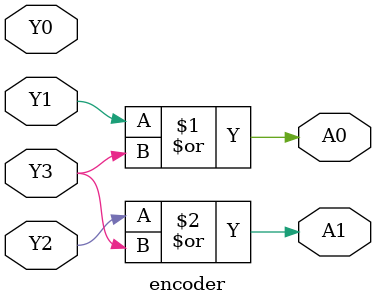
<source format=v>
module encoder(Y0,Y1,Y2,Y3,A0,A1);

    // Declaring inputs
    input Y0, Y1, Y2, Y3;

    // Declaring outputs
    output A0, A1;

    // Declaring interim signals

    // Module initiation

    // Logic Design
    assign A0 = Y1 | Y3;
    assign A1 = Y2 | Y3;

endmodule

</source>
